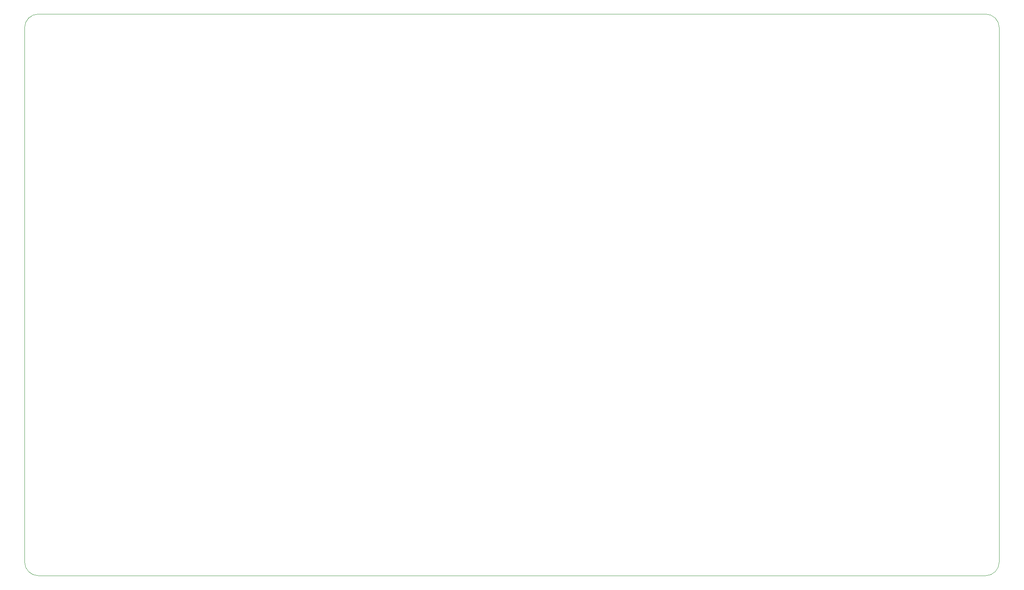
<source format=gbr>
%TF.GenerationSoftware,KiCad,Pcbnew,(6.0.4-0)*%
%TF.CreationDate,2022-08-03T16:22:01+02:00*%
%TF.ProjectId,ergosmash,6572676f-736d-4617-9368-2e6b69636164,rev?*%
%TF.SameCoordinates,Original*%
%TF.FileFunction,Profile,NP*%
%FSLAX46Y46*%
G04 Gerber Fmt 4.6, Leading zero omitted, Abs format (unit mm)*
G04 Created by KiCad (PCBNEW (6.0.4-0)) date 2022-08-03 16:22:01*
%MOMM*%
%LPD*%
G01*
G04 APERTURE LIST*
%TA.AperFunction,Profile*%
%ADD10C,0.100000*%
%TD*%
G04 APERTURE END LIST*
D10*
X248060000Y-37040001D02*
X41509164Y-37040004D01*
X251039999Y-156560000D02*
X251049996Y-40009164D01*
X38540001Y-40030000D02*
X38539814Y-156570000D01*
X41529810Y-159539163D02*
X248070836Y-159549996D01*
X41509164Y-37040004D02*
G75*
G03*
X38540001Y-40030000I10836J-2979996D01*
G01*
X38539840Y-156570000D02*
G75*
G03*
X41529810Y-159539163I2979960J10800D01*
G01*
X251049996Y-40009164D02*
G75*
G03*
X248060000Y-37040001I-2979996J-10836D01*
G01*
X248070836Y-159549996D02*
G75*
G03*
X251039999Y-156560000I-10836J2979996D01*
G01*
M02*

</source>
